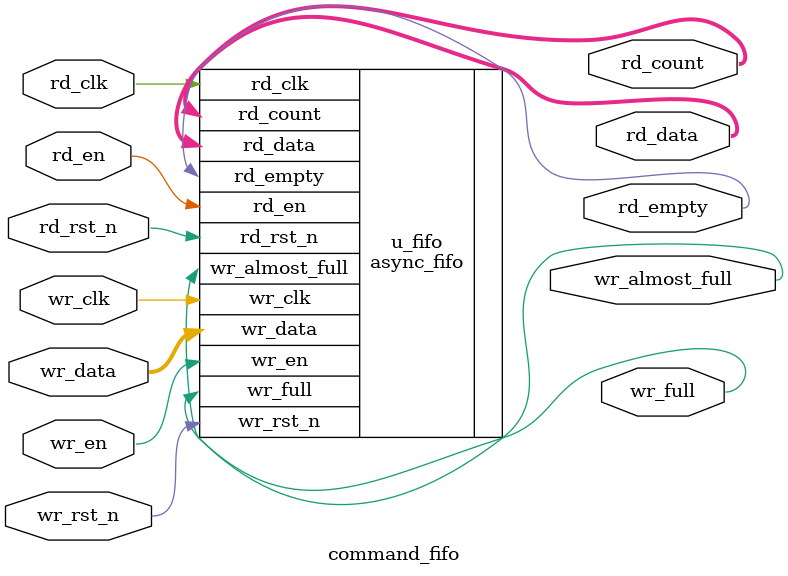
<source format=sv>

`default_nettype none

module command_fifo (
    // Write clock domain
    input  wire        wr_clk,
    input  wire        wr_rst_n,
    input  wire        wr_en,
    input  wire [71:0] wr_data,
    output wire        wr_full,
    output wire        wr_almost_full,

    // Read clock domain
    input  wire        rd_clk,
    input  wire        rd_rst_n,
    input  wire        rd_en,
    output wire [71:0] rd_data,
    output wire        rd_empty,
    output wire [9:0]  rd_count
);

    // Number of pre-populated boot commands (must match boot_commands.hex)
    localparam BOOT_COUNT = 17;

    // ========================================================================
    // FIFO Instance
    // ========================================================================

    async_fifo #(
        .WIDTH      (72),
        .DEPTH      (512),
        .BOOT_COUNT (BOOT_COUNT),
        .INIT_FILE  ("src/spi/boot_commands.hex")
    ) u_fifo (
        .wr_clk        (wr_clk),
        .wr_rst_n      (wr_rst_n),
        .wr_en         (wr_en),
        .wr_data       (wr_data),
        .wr_full       (wr_full),
        .wr_almost_full(wr_almost_full),
        .rd_clk        (rd_clk),
        .rd_rst_n      (rd_rst_n),
        .rd_en         (rd_en),
        .rd_data       (rd_data),
        .rd_empty      (rd_empty),
        .rd_count      (rd_count)
    );

    // Boot command memory initialization is handled by async_fifo's INIT_FILE
    // parameter, which loads src/spi/boot_commands.hex via $readmemh.
    // See boot_commands.hex for the boot sequence definition.

endmodule

`default_nettype wire

</source>
